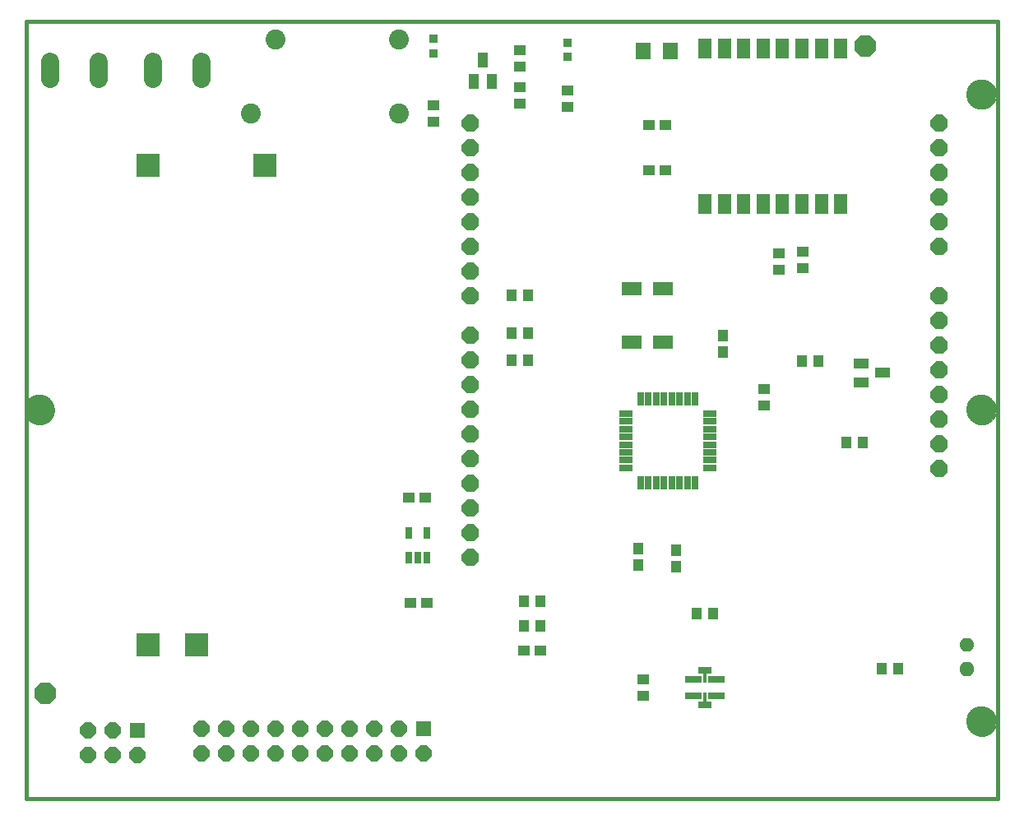
<source format=gts>
G75*
%MOIN*%
%OFA0B0*%
%FSLAX25Y25*%
%IPPOS*%
%LPD*%
%AMOC8*
5,1,8,0,0,1.08239X$1,22.5*
%
%ADD10C,0.01600*%
%ADD11C,0.00000*%
%ADD12C,0.12211*%
%ADD13R,0.05912X0.06699*%
%ADD14R,0.04731X0.04337*%
%ADD15R,0.02565X0.05124*%
%ADD16R,0.04337X0.04731*%
%ADD17R,0.07880X0.05518*%
%ADD18R,0.03550X0.03550*%
%ADD19R,0.05518X0.08274*%
%ADD20OC8,0.08900*%
%ADD21C,0.07450*%
%ADD22R,0.06400X0.06400*%
%ADD23OC8,0.06400*%
%ADD24R,0.02600X0.05400*%
%ADD25R,0.05400X0.02600*%
%ADD26C,0.01120*%
%ADD27R,0.01521X0.03156*%
%ADD28R,0.09258X0.09258*%
%ADD29R,0.04337X0.05912*%
%ADD30R,0.05912X0.04337*%
%ADD31C,0.08077*%
%ADD32OC8,0.07000*%
D10*
X0001800Y0018126D02*
X0395501Y0018126D01*
X0395501Y0333087D01*
X0001800Y0333087D01*
X0001800Y0018126D01*
D11*
X0001209Y0175606D02*
X0001211Y0175759D01*
X0001217Y0175913D01*
X0001227Y0176066D01*
X0001241Y0176218D01*
X0001259Y0176371D01*
X0001281Y0176522D01*
X0001306Y0176673D01*
X0001336Y0176824D01*
X0001370Y0176974D01*
X0001407Y0177122D01*
X0001448Y0177270D01*
X0001493Y0177416D01*
X0001542Y0177562D01*
X0001595Y0177706D01*
X0001651Y0177848D01*
X0001711Y0177989D01*
X0001775Y0178129D01*
X0001842Y0178267D01*
X0001913Y0178403D01*
X0001988Y0178537D01*
X0002065Y0178669D01*
X0002147Y0178799D01*
X0002231Y0178927D01*
X0002319Y0179053D01*
X0002410Y0179176D01*
X0002504Y0179297D01*
X0002602Y0179415D01*
X0002702Y0179531D01*
X0002806Y0179644D01*
X0002912Y0179755D01*
X0003021Y0179863D01*
X0003133Y0179968D01*
X0003247Y0180069D01*
X0003365Y0180168D01*
X0003484Y0180264D01*
X0003606Y0180357D01*
X0003731Y0180446D01*
X0003858Y0180533D01*
X0003987Y0180615D01*
X0004118Y0180695D01*
X0004251Y0180771D01*
X0004386Y0180844D01*
X0004523Y0180913D01*
X0004662Y0180978D01*
X0004802Y0181040D01*
X0004944Y0181098D01*
X0005087Y0181153D01*
X0005232Y0181204D01*
X0005378Y0181251D01*
X0005525Y0181294D01*
X0005673Y0181333D01*
X0005822Y0181369D01*
X0005972Y0181400D01*
X0006123Y0181428D01*
X0006274Y0181452D01*
X0006427Y0181472D01*
X0006579Y0181488D01*
X0006732Y0181500D01*
X0006885Y0181508D01*
X0007038Y0181512D01*
X0007192Y0181512D01*
X0007345Y0181508D01*
X0007498Y0181500D01*
X0007651Y0181488D01*
X0007803Y0181472D01*
X0007956Y0181452D01*
X0008107Y0181428D01*
X0008258Y0181400D01*
X0008408Y0181369D01*
X0008557Y0181333D01*
X0008705Y0181294D01*
X0008852Y0181251D01*
X0008998Y0181204D01*
X0009143Y0181153D01*
X0009286Y0181098D01*
X0009428Y0181040D01*
X0009568Y0180978D01*
X0009707Y0180913D01*
X0009844Y0180844D01*
X0009979Y0180771D01*
X0010112Y0180695D01*
X0010243Y0180615D01*
X0010372Y0180533D01*
X0010499Y0180446D01*
X0010624Y0180357D01*
X0010746Y0180264D01*
X0010865Y0180168D01*
X0010983Y0180069D01*
X0011097Y0179968D01*
X0011209Y0179863D01*
X0011318Y0179755D01*
X0011424Y0179644D01*
X0011528Y0179531D01*
X0011628Y0179415D01*
X0011726Y0179297D01*
X0011820Y0179176D01*
X0011911Y0179053D01*
X0011999Y0178927D01*
X0012083Y0178799D01*
X0012165Y0178669D01*
X0012242Y0178537D01*
X0012317Y0178403D01*
X0012388Y0178267D01*
X0012455Y0178129D01*
X0012519Y0177989D01*
X0012579Y0177848D01*
X0012635Y0177706D01*
X0012688Y0177562D01*
X0012737Y0177416D01*
X0012782Y0177270D01*
X0012823Y0177122D01*
X0012860Y0176974D01*
X0012894Y0176824D01*
X0012924Y0176673D01*
X0012949Y0176522D01*
X0012971Y0176371D01*
X0012989Y0176218D01*
X0013003Y0176066D01*
X0013013Y0175913D01*
X0013019Y0175759D01*
X0013021Y0175606D01*
X0013019Y0175453D01*
X0013013Y0175299D01*
X0013003Y0175146D01*
X0012989Y0174994D01*
X0012971Y0174841D01*
X0012949Y0174690D01*
X0012924Y0174539D01*
X0012894Y0174388D01*
X0012860Y0174238D01*
X0012823Y0174090D01*
X0012782Y0173942D01*
X0012737Y0173796D01*
X0012688Y0173650D01*
X0012635Y0173506D01*
X0012579Y0173364D01*
X0012519Y0173223D01*
X0012455Y0173083D01*
X0012388Y0172945D01*
X0012317Y0172809D01*
X0012242Y0172675D01*
X0012165Y0172543D01*
X0012083Y0172413D01*
X0011999Y0172285D01*
X0011911Y0172159D01*
X0011820Y0172036D01*
X0011726Y0171915D01*
X0011628Y0171797D01*
X0011528Y0171681D01*
X0011424Y0171568D01*
X0011318Y0171457D01*
X0011209Y0171349D01*
X0011097Y0171244D01*
X0010983Y0171143D01*
X0010865Y0171044D01*
X0010746Y0170948D01*
X0010624Y0170855D01*
X0010499Y0170766D01*
X0010372Y0170679D01*
X0010243Y0170597D01*
X0010112Y0170517D01*
X0009979Y0170441D01*
X0009844Y0170368D01*
X0009707Y0170299D01*
X0009568Y0170234D01*
X0009428Y0170172D01*
X0009286Y0170114D01*
X0009143Y0170059D01*
X0008998Y0170008D01*
X0008852Y0169961D01*
X0008705Y0169918D01*
X0008557Y0169879D01*
X0008408Y0169843D01*
X0008258Y0169812D01*
X0008107Y0169784D01*
X0007956Y0169760D01*
X0007803Y0169740D01*
X0007651Y0169724D01*
X0007498Y0169712D01*
X0007345Y0169704D01*
X0007192Y0169700D01*
X0007038Y0169700D01*
X0006885Y0169704D01*
X0006732Y0169712D01*
X0006579Y0169724D01*
X0006427Y0169740D01*
X0006274Y0169760D01*
X0006123Y0169784D01*
X0005972Y0169812D01*
X0005822Y0169843D01*
X0005673Y0169879D01*
X0005525Y0169918D01*
X0005378Y0169961D01*
X0005232Y0170008D01*
X0005087Y0170059D01*
X0004944Y0170114D01*
X0004802Y0170172D01*
X0004662Y0170234D01*
X0004523Y0170299D01*
X0004386Y0170368D01*
X0004251Y0170441D01*
X0004118Y0170517D01*
X0003987Y0170597D01*
X0003858Y0170679D01*
X0003731Y0170766D01*
X0003606Y0170855D01*
X0003484Y0170948D01*
X0003365Y0171044D01*
X0003247Y0171143D01*
X0003133Y0171244D01*
X0003021Y0171349D01*
X0002912Y0171457D01*
X0002806Y0171568D01*
X0002702Y0171681D01*
X0002602Y0171797D01*
X0002504Y0171915D01*
X0002410Y0172036D01*
X0002319Y0172159D01*
X0002231Y0172285D01*
X0002147Y0172413D01*
X0002065Y0172543D01*
X0001988Y0172675D01*
X0001913Y0172809D01*
X0001842Y0172945D01*
X0001775Y0173083D01*
X0001711Y0173223D01*
X0001651Y0173364D01*
X0001595Y0173506D01*
X0001542Y0173650D01*
X0001493Y0173796D01*
X0001448Y0173942D01*
X0001407Y0174090D01*
X0001370Y0174238D01*
X0001336Y0174388D01*
X0001306Y0174539D01*
X0001281Y0174690D01*
X0001259Y0174841D01*
X0001241Y0174994D01*
X0001227Y0175146D01*
X0001217Y0175299D01*
X0001211Y0175453D01*
X0001209Y0175606D01*
X0383040Y0175606D02*
X0383042Y0175759D01*
X0383048Y0175913D01*
X0383058Y0176066D01*
X0383072Y0176218D01*
X0383090Y0176371D01*
X0383112Y0176522D01*
X0383137Y0176673D01*
X0383167Y0176824D01*
X0383201Y0176974D01*
X0383238Y0177122D01*
X0383279Y0177270D01*
X0383324Y0177416D01*
X0383373Y0177562D01*
X0383426Y0177706D01*
X0383482Y0177848D01*
X0383542Y0177989D01*
X0383606Y0178129D01*
X0383673Y0178267D01*
X0383744Y0178403D01*
X0383819Y0178537D01*
X0383896Y0178669D01*
X0383978Y0178799D01*
X0384062Y0178927D01*
X0384150Y0179053D01*
X0384241Y0179176D01*
X0384335Y0179297D01*
X0384433Y0179415D01*
X0384533Y0179531D01*
X0384637Y0179644D01*
X0384743Y0179755D01*
X0384852Y0179863D01*
X0384964Y0179968D01*
X0385078Y0180069D01*
X0385196Y0180168D01*
X0385315Y0180264D01*
X0385437Y0180357D01*
X0385562Y0180446D01*
X0385689Y0180533D01*
X0385818Y0180615D01*
X0385949Y0180695D01*
X0386082Y0180771D01*
X0386217Y0180844D01*
X0386354Y0180913D01*
X0386493Y0180978D01*
X0386633Y0181040D01*
X0386775Y0181098D01*
X0386918Y0181153D01*
X0387063Y0181204D01*
X0387209Y0181251D01*
X0387356Y0181294D01*
X0387504Y0181333D01*
X0387653Y0181369D01*
X0387803Y0181400D01*
X0387954Y0181428D01*
X0388105Y0181452D01*
X0388258Y0181472D01*
X0388410Y0181488D01*
X0388563Y0181500D01*
X0388716Y0181508D01*
X0388869Y0181512D01*
X0389023Y0181512D01*
X0389176Y0181508D01*
X0389329Y0181500D01*
X0389482Y0181488D01*
X0389634Y0181472D01*
X0389787Y0181452D01*
X0389938Y0181428D01*
X0390089Y0181400D01*
X0390239Y0181369D01*
X0390388Y0181333D01*
X0390536Y0181294D01*
X0390683Y0181251D01*
X0390829Y0181204D01*
X0390974Y0181153D01*
X0391117Y0181098D01*
X0391259Y0181040D01*
X0391399Y0180978D01*
X0391538Y0180913D01*
X0391675Y0180844D01*
X0391810Y0180771D01*
X0391943Y0180695D01*
X0392074Y0180615D01*
X0392203Y0180533D01*
X0392330Y0180446D01*
X0392455Y0180357D01*
X0392577Y0180264D01*
X0392696Y0180168D01*
X0392814Y0180069D01*
X0392928Y0179968D01*
X0393040Y0179863D01*
X0393149Y0179755D01*
X0393255Y0179644D01*
X0393359Y0179531D01*
X0393459Y0179415D01*
X0393557Y0179297D01*
X0393651Y0179176D01*
X0393742Y0179053D01*
X0393830Y0178927D01*
X0393914Y0178799D01*
X0393996Y0178669D01*
X0394073Y0178537D01*
X0394148Y0178403D01*
X0394219Y0178267D01*
X0394286Y0178129D01*
X0394350Y0177989D01*
X0394410Y0177848D01*
X0394466Y0177706D01*
X0394519Y0177562D01*
X0394568Y0177416D01*
X0394613Y0177270D01*
X0394654Y0177122D01*
X0394691Y0176974D01*
X0394725Y0176824D01*
X0394755Y0176673D01*
X0394780Y0176522D01*
X0394802Y0176371D01*
X0394820Y0176218D01*
X0394834Y0176066D01*
X0394844Y0175913D01*
X0394850Y0175759D01*
X0394852Y0175606D01*
X0394850Y0175453D01*
X0394844Y0175299D01*
X0394834Y0175146D01*
X0394820Y0174994D01*
X0394802Y0174841D01*
X0394780Y0174690D01*
X0394755Y0174539D01*
X0394725Y0174388D01*
X0394691Y0174238D01*
X0394654Y0174090D01*
X0394613Y0173942D01*
X0394568Y0173796D01*
X0394519Y0173650D01*
X0394466Y0173506D01*
X0394410Y0173364D01*
X0394350Y0173223D01*
X0394286Y0173083D01*
X0394219Y0172945D01*
X0394148Y0172809D01*
X0394073Y0172675D01*
X0393996Y0172543D01*
X0393914Y0172413D01*
X0393830Y0172285D01*
X0393742Y0172159D01*
X0393651Y0172036D01*
X0393557Y0171915D01*
X0393459Y0171797D01*
X0393359Y0171681D01*
X0393255Y0171568D01*
X0393149Y0171457D01*
X0393040Y0171349D01*
X0392928Y0171244D01*
X0392814Y0171143D01*
X0392696Y0171044D01*
X0392577Y0170948D01*
X0392455Y0170855D01*
X0392330Y0170766D01*
X0392203Y0170679D01*
X0392074Y0170597D01*
X0391943Y0170517D01*
X0391810Y0170441D01*
X0391675Y0170368D01*
X0391538Y0170299D01*
X0391399Y0170234D01*
X0391259Y0170172D01*
X0391117Y0170114D01*
X0390974Y0170059D01*
X0390829Y0170008D01*
X0390683Y0169961D01*
X0390536Y0169918D01*
X0390388Y0169879D01*
X0390239Y0169843D01*
X0390089Y0169812D01*
X0389938Y0169784D01*
X0389787Y0169760D01*
X0389634Y0169740D01*
X0389482Y0169724D01*
X0389329Y0169712D01*
X0389176Y0169704D01*
X0389023Y0169700D01*
X0388869Y0169700D01*
X0388716Y0169704D01*
X0388563Y0169712D01*
X0388410Y0169724D01*
X0388258Y0169740D01*
X0388105Y0169760D01*
X0387954Y0169784D01*
X0387803Y0169812D01*
X0387653Y0169843D01*
X0387504Y0169879D01*
X0387356Y0169918D01*
X0387209Y0169961D01*
X0387063Y0170008D01*
X0386918Y0170059D01*
X0386775Y0170114D01*
X0386633Y0170172D01*
X0386493Y0170234D01*
X0386354Y0170299D01*
X0386217Y0170368D01*
X0386082Y0170441D01*
X0385949Y0170517D01*
X0385818Y0170597D01*
X0385689Y0170679D01*
X0385562Y0170766D01*
X0385437Y0170855D01*
X0385315Y0170948D01*
X0385196Y0171044D01*
X0385078Y0171143D01*
X0384964Y0171244D01*
X0384852Y0171349D01*
X0384743Y0171457D01*
X0384637Y0171568D01*
X0384533Y0171681D01*
X0384433Y0171797D01*
X0384335Y0171915D01*
X0384241Y0172036D01*
X0384150Y0172159D01*
X0384062Y0172285D01*
X0383978Y0172413D01*
X0383896Y0172543D01*
X0383819Y0172675D01*
X0383744Y0172809D01*
X0383673Y0172945D01*
X0383606Y0173083D01*
X0383542Y0173223D01*
X0383482Y0173364D01*
X0383426Y0173506D01*
X0383373Y0173650D01*
X0383324Y0173796D01*
X0383279Y0173942D01*
X0383238Y0174090D01*
X0383201Y0174238D01*
X0383167Y0174388D01*
X0383137Y0174539D01*
X0383112Y0174690D01*
X0383090Y0174841D01*
X0383072Y0174994D01*
X0383058Y0175146D01*
X0383048Y0175299D01*
X0383042Y0175453D01*
X0383040Y0175606D01*
X0383040Y0049346D02*
X0383042Y0049499D01*
X0383048Y0049653D01*
X0383058Y0049806D01*
X0383072Y0049958D01*
X0383090Y0050111D01*
X0383112Y0050262D01*
X0383137Y0050413D01*
X0383167Y0050564D01*
X0383201Y0050714D01*
X0383238Y0050862D01*
X0383279Y0051010D01*
X0383324Y0051156D01*
X0383373Y0051302D01*
X0383426Y0051446D01*
X0383482Y0051588D01*
X0383542Y0051729D01*
X0383606Y0051869D01*
X0383673Y0052007D01*
X0383744Y0052143D01*
X0383819Y0052277D01*
X0383896Y0052409D01*
X0383978Y0052539D01*
X0384062Y0052667D01*
X0384150Y0052793D01*
X0384241Y0052916D01*
X0384335Y0053037D01*
X0384433Y0053155D01*
X0384533Y0053271D01*
X0384637Y0053384D01*
X0384743Y0053495D01*
X0384852Y0053603D01*
X0384964Y0053708D01*
X0385078Y0053809D01*
X0385196Y0053908D01*
X0385315Y0054004D01*
X0385437Y0054097D01*
X0385562Y0054186D01*
X0385689Y0054273D01*
X0385818Y0054355D01*
X0385949Y0054435D01*
X0386082Y0054511D01*
X0386217Y0054584D01*
X0386354Y0054653D01*
X0386493Y0054718D01*
X0386633Y0054780D01*
X0386775Y0054838D01*
X0386918Y0054893D01*
X0387063Y0054944D01*
X0387209Y0054991D01*
X0387356Y0055034D01*
X0387504Y0055073D01*
X0387653Y0055109D01*
X0387803Y0055140D01*
X0387954Y0055168D01*
X0388105Y0055192D01*
X0388258Y0055212D01*
X0388410Y0055228D01*
X0388563Y0055240D01*
X0388716Y0055248D01*
X0388869Y0055252D01*
X0389023Y0055252D01*
X0389176Y0055248D01*
X0389329Y0055240D01*
X0389482Y0055228D01*
X0389634Y0055212D01*
X0389787Y0055192D01*
X0389938Y0055168D01*
X0390089Y0055140D01*
X0390239Y0055109D01*
X0390388Y0055073D01*
X0390536Y0055034D01*
X0390683Y0054991D01*
X0390829Y0054944D01*
X0390974Y0054893D01*
X0391117Y0054838D01*
X0391259Y0054780D01*
X0391399Y0054718D01*
X0391538Y0054653D01*
X0391675Y0054584D01*
X0391810Y0054511D01*
X0391943Y0054435D01*
X0392074Y0054355D01*
X0392203Y0054273D01*
X0392330Y0054186D01*
X0392455Y0054097D01*
X0392577Y0054004D01*
X0392696Y0053908D01*
X0392814Y0053809D01*
X0392928Y0053708D01*
X0393040Y0053603D01*
X0393149Y0053495D01*
X0393255Y0053384D01*
X0393359Y0053271D01*
X0393459Y0053155D01*
X0393557Y0053037D01*
X0393651Y0052916D01*
X0393742Y0052793D01*
X0393830Y0052667D01*
X0393914Y0052539D01*
X0393996Y0052409D01*
X0394073Y0052277D01*
X0394148Y0052143D01*
X0394219Y0052007D01*
X0394286Y0051869D01*
X0394350Y0051729D01*
X0394410Y0051588D01*
X0394466Y0051446D01*
X0394519Y0051302D01*
X0394568Y0051156D01*
X0394613Y0051010D01*
X0394654Y0050862D01*
X0394691Y0050714D01*
X0394725Y0050564D01*
X0394755Y0050413D01*
X0394780Y0050262D01*
X0394802Y0050111D01*
X0394820Y0049958D01*
X0394834Y0049806D01*
X0394844Y0049653D01*
X0394850Y0049499D01*
X0394852Y0049346D01*
X0394850Y0049193D01*
X0394844Y0049039D01*
X0394834Y0048886D01*
X0394820Y0048734D01*
X0394802Y0048581D01*
X0394780Y0048430D01*
X0394755Y0048279D01*
X0394725Y0048128D01*
X0394691Y0047978D01*
X0394654Y0047830D01*
X0394613Y0047682D01*
X0394568Y0047536D01*
X0394519Y0047390D01*
X0394466Y0047246D01*
X0394410Y0047104D01*
X0394350Y0046963D01*
X0394286Y0046823D01*
X0394219Y0046685D01*
X0394148Y0046549D01*
X0394073Y0046415D01*
X0393996Y0046283D01*
X0393914Y0046153D01*
X0393830Y0046025D01*
X0393742Y0045899D01*
X0393651Y0045776D01*
X0393557Y0045655D01*
X0393459Y0045537D01*
X0393359Y0045421D01*
X0393255Y0045308D01*
X0393149Y0045197D01*
X0393040Y0045089D01*
X0392928Y0044984D01*
X0392814Y0044883D01*
X0392696Y0044784D01*
X0392577Y0044688D01*
X0392455Y0044595D01*
X0392330Y0044506D01*
X0392203Y0044419D01*
X0392074Y0044337D01*
X0391943Y0044257D01*
X0391810Y0044181D01*
X0391675Y0044108D01*
X0391538Y0044039D01*
X0391399Y0043974D01*
X0391259Y0043912D01*
X0391117Y0043854D01*
X0390974Y0043799D01*
X0390829Y0043748D01*
X0390683Y0043701D01*
X0390536Y0043658D01*
X0390388Y0043619D01*
X0390239Y0043583D01*
X0390089Y0043552D01*
X0389938Y0043524D01*
X0389787Y0043500D01*
X0389634Y0043480D01*
X0389482Y0043464D01*
X0389329Y0043452D01*
X0389176Y0043444D01*
X0389023Y0043440D01*
X0388869Y0043440D01*
X0388716Y0043444D01*
X0388563Y0043452D01*
X0388410Y0043464D01*
X0388258Y0043480D01*
X0388105Y0043500D01*
X0387954Y0043524D01*
X0387803Y0043552D01*
X0387653Y0043583D01*
X0387504Y0043619D01*
X0387356Y0043658D01*
X0387209Y0043701D01*
X0387063Y0043748D01*
X0386918Y0043799D01*
X0386775Y0043854D01*
X0386633Y0043912D01*
X0386493Y0043974D01*
X0386354Y0044039D01*
X0386217Y0044108D01*
X0386082Y0044181D01*
X0385949Y0044257D01*
X0385818Y0044337D01*
X0385689Y0044419D01*
X0385562Y0044506D01*
X0385437Y0044595D01*
X0385315Y0044688D01*
X0385196Y0044784D01*
X0385078Y0044883D01*
X0384964Y0044984D01*
X0384852Y0045089D01*
X0384743Y0045197D01*
X0384637Y0045308D01*
X0384533Y0045421D01*
X0384433Y0045537D01*
X0384335Y0045655D01*
X0384241Y0045776D01*
X0384150Y0045899D01*
X0384062Y0046025D01*
X0383978Y0046153D01*
X0383896Y0046283D01*
X0383819Y0046415D01*
X0383744Y0046549D01*
X0383673Y0046685D01*
X0383606Y0046823D01*
X0383542Y0046963D01*
X0383482Y0047104D01*
X0383426Y0047246D01*
X0383373Y0047390D01*
X0383324Y0047536D01*
X0383279Y0047682D01*
X0383238Y0047830D01*
X0383201Y0047978D01*
X0383167Y0048128D01*
X0383137Y0048279D01*
X0383112Y0048430D01*
X0383090Y0048581D01*
X0383072Y0048734D01*
X0383058Y0048886D01*
X0383048Y0049039D01*
X0383042Y0049193D01*
X0383040Y0049346D01*
X0383040Y0303559D02*
X0383042Y0303712D01*
X0383048Y0303866D01*
X0383058Y0304019D01*
X0383072Y0304171D01*
X0383090Y0304324D01*
X0383112Y0304475D01*
X0383137Y0304626D01*
X0383167Y0304777D01*
X0383201Y0304927D01*
X0383238Y0305075D01*
X0383279Y0305223D01*
X0383324Y0305369D01*
X0383373Y0305515D01*
X0383426Y0305659D01*
X0383482Y0305801D01*
X0383542Y0305942D01*
X0383606Y0306082D01*
X0383673Y0306220D01*
X0383744Y0306356D01*
X0383819Y0306490D01*
X0383896Y0306622D01*
X0383978Y0306752D01*
X0384062Y0306880D01*
X0384150Y0307006D01*
X0384241Y0307129D01*
X0384335Y0307250D01*
X0384433Y0307368D01*
X0384533Y0307484D01*
X0384637Y0307597D01*
X0384743Y0307708D01*
X0384852Y0307816D01*
X0384964Y0307921D01*
X0385078Y0308022D01*
X0385196Y0308121D01*
X0385315Y0308217D01*
X0385437Y0308310D01*
X0385562Y0308399D01*
X0385689Y0308486D01*
X0385818Y0308568D01*
X0385949Y0308648D01*
X0386082Y0308724D01*
X0386217Y0308797D01*
X0386354Y0308866D01*
X0386493Y0308931D01*
X0386633Y0308993D01*
X0386775Y0309051D01*
X0386918Y0309106D01*
X0387063Y0309157D01*
X0387209Y0309204D01*
X0387356Y0309247D01*
X0387504Y0309286D01*
X0387653Y0309322D01*
X0387803Y0309353D01*
X0387954Y0309381D01*
X0388105Y0309405D01*
X0388258Y0309425D01*
X0388410Y0309441D01*
X0388563Y0309453D01*
X0388716Y0309461D01*
X0388869Y0309465D01*
X0389023Y0309465D01*
X0389176Y0309461D01*
X0389329Y0309453D01*
X0389482Y0309441D01*
X0389634Y0309425D01*
X0389787Y0309405D01*
X0389938Y0309381D01*
X0390089Y0309353D01*
X0390239Y0309322D01*
X0390388Y0309286D01*
X0390536Y0309247D01*
X0390683Y0309204D01*
X0390829Y0309157D01*
X0390974Y0309106D01*
X0391117Y0309051D01*
X0391259Y0308993D01*
X0391399Y0308931D01*
X0391538Y0308866D01*
X0391675Y0308797D01*
X0391810Y0308724D01*
X0391943Y0308648D01*
X0392074Y0308568D01*
X0392203Y0308486D01*
X0392330Y0308399D01*
X0392455Y0308310D01*
X0392577Y0308217D01*
X0392696Y0308121D01*
X0392814Y0308022D01*
X0392928Y0307921D01*
X0393040Y0307816D01*
X0393149Y0307708D01*
X0393255Y0307597D01*
X0393359Y0307484D01*
X0393459Y0307368D01*
X0393557Y0307250D01*
X0393651Y0307129D01*
X0393742Y0307006D01*
X0393830Y0306880D01*
X0393914Y0306752D01*
X0393996Y0306622D01*
X0394073Y0306490D01*
X0394148Y0306356D01*
X0394219Y0306220D01*
X0394286Y0306082D01*
X0394350Y0305942D01*
X0394410Y0305801D01*
X0394466Y0305659D01*
X0394519Y0305515D01*
X0394568Y0305369D01*
X0394613Y0305223D01*
X0394654Y0305075D01*
X0394691Y0304927D01*
X0394725Y0304777D01*
X0394755Y0304626D01*
X0394780Y0304475D01*
X0394802Y0304324D01*
X0394820Y0304171D01*
X0394834Y0304019D01*
X0394844Y0303866D01*
X0394850Y0303712D01*
X0394852Y0303559D01*
X0394850Y0303406D01*
X0394844Y0303252D01*
X0394834Y0303099D01*
X0394820Y0302947D01*
X0394802Y0302794D01*
X0394780Y0302643D01*
X0394755Y0302492D01*
X0394725Y0302341D01*
X0394691Y0302191D01*
X0394654Y0302043D01*
X0394613Y0301895D01*
X0394568Y0301749D01*
X0394519Y0301603D01*
X0394466Y0301459D01*
X0394410Y0301317D01*
X0394350Y0301176D01*
X0394286Y0301036D01*
X0394219Y0300898D01*
X0394148Y0300762D01*
X0394073Y0300628D01*
X0393996Y0300496D01*
X0393914Y0300366D01*
X0393830Y0300238D01*
X0393742Y0300112D01*
X0393651Y0299989D01*
X0393557Y0299868D01*
X0393459Y0299750D01*
X0393359Y0299634D01*
X0393255Y0299521D01*
X0393149Y0299410D01*
X0393040Y0299302D01*
X0392928Y0299197D01*
X0392814Y0299096D01*
X0392696Y0298997D01*
X0392577Y0298901D01*
X0392455Y0298808D01*
X0392330Y0298719D01*
X0392203Y0298632D01*
X0392074Y0298550D01*
X0391943Y0298470D01*
X0391810Y0298394D01*
X0391675Y0298321D01*
X0391538Y0298252D01*
X0391399Y0298187D01*
X0391259Y0298125D01*
X0391117Y0298067D01*
X0390974Y0298012D01*
X0390829Y0297961D01*
X0390683Y0297914D01*
X0390536Y0297871D01*
X0390388Y0297832D01*
X0390239Y0297796D01*
X0390089Y0297765D01*
X0389938Y0297737D01*
X0389787Y0297713D01*
X0389634Y0297693D01*
X0389482Y0297677D01*
X0389329Y0297665D01*
X0389176Y0297657D01*
X0389023Y0297653D01*
X0388869Y0297653D01*
X0388716Y0297657D01*
X0388563Y0297665D01*
X0388410Y0297677D01*
X0388258Y0297693D01*
X0388105Y0297713D01*
X0387954Y0297737D01*
X0387803Y0297765D01*
X0387653Y0297796D01*
X0387504Y0297832D01*
X0387356Y0297871D01*
X0387209Y0297914D01*
X0387063Y0297961D01*
X0386918Y0298012D01*
X0386775Y0298067D01*
X0386633Y0298125D01*
X0386493Y0298187D01*
X0386354Y0298252D01*
X0386217Y0298321D01*
X0386082Y0298394D01*
X0385949Y0298470D01*
X0385818Y0298550D01*
X0385689Y0298632D01*
X0385562Y0298719D01*
X0385437Y0298808D01*
X0385315Y0298901D01*
X0385196Y0298997D01*
X0385078Y0299096D01*
X0384964Y0299197D01*
X0384852Y0299302D01*
X0384743Y0299410D01*
X0384637Y0299521D01*
X0384533Y0299634D01*
X0384433Y0299750D01*
X0384335Y0299868D01*
X0384241Y0299989D01*
X0384150Y0300112D01*
X0384062Y0300238D01*
X0383978Y0300366D01*
X0383896Y0300496D01*
X0383819Y0300628D01*
X0383744Y0300762D01*
X0383673Y0300898D01*
X0383606Y0301036D01*
X0383542Y0301176D01*
X0383482Y0301317D01*
X0383426Y0301459D01*
X0383373Y0301603D01*
X0383324Y0301749D01*
X0383279Y0301895D01*
X0383238Y0302043D01*
X0383201Y0302191D01*
X0383167Y0302341D01*
X0383137Y0302492D01*
X0383112Y0302643D01*
X0383090Y0302794D01*
X0383072Y0302947D01*
X0383058Y0303099D01*
X0383048Y0303252D01*
X0383042Y0303406D01*
X0383040Y0303559D01*
D12*
X0388946Y0303559D03*
X0388946Y0175606D03*
X0388946Y0049346D03*
X0007115Y0175606D03*
D13*
X0251744Y0320972D03*
X0262768Y0320972D03*
D14*
X0260685Y0290972D03*
X0253992Y0290972D03*
X0254027Y0272780D03*
X0260719Y0272780D03*
X0221229Y0298434D03*
X0221229Y0305127D03*
X0201800Y0306472D03*
X0201800Y0299780D03*
X0201800Y0314780D03*
X0201800Y0321472D03*
X0166800Y0298972D03*
X0166800Y0292280D03*
X0300776Y0183972D03*
X0300776Y0177280D03*
X0306800Y0232280D03*
X0306800Y0238972D03*
X0316365Y0239709D03*
X0316365Y0233016D03*
X0163419Y0139943D03*
X0156726Y0139943D03*
X0157439Y0097331D03*
X0164132Y0097331D03*
X0203454Y0078126D03*
X0210146Y0078126D03*
X0251800Y0066472D03*
X0251800Y0059780D03*
D15*
X0164242Y0115579D03*
X0160502Y0115579D03*
X0156762Y0115579D03*
X0156762Y0125816D03*
X0164242Y0125816D03*
D16*
X0203454Y0098126D03*
X0210146Y0098126D03*
X0210146Y0088126D03*
X0203454Y0088126D03*
X0249748Y0112577D03*
X0249748Y0119270D03*
X0265225Y0118677D03*
X0265225Y0111984D03*
X0273454Y0093126D03*
X0280146Y0093126D03*
X0348454Y0070626D03*
X0355146Y0070626D03*
X0340883Y0162492D03*
X0334190Y0162492D03*
X0322646Y0195252D03*
X0315954Y0195252D03*
X0284038Y0199157D03*
X0284038Y0205850D03*
X0205146Y0206650D03*
X0198454Y0206650D03*
X0198454Y0195626D03*
X0205146Y0195626D03*
X0205146Y0222201D03*
X0198454Y0222201D03*
D17*
X0247050Y0224661D03*
X0259648Y0224661D03*
X0259648Y0203007D03*
X0247050Y0203007D03*
D18*
X0221229Y0318657D03*
X0221229Y0324563D03*
X0166800Y0326079D03*
X0166800Y0320173D03*
D19*
X0276741Y0322122D03*
X0284615Y0322122D03*
X0292489Y0322122D03*
X0300363Y0322122D03*
X0308237Y0322122D03*
X0316111Y0322122D03*
X0323985Y0322122D03*
X0331859Y0322122D03*
X0331859Y0259130D03*
X0323985Y0259130D03*
X0316111Y0259130D03*
X0308237Y0259130D03*
X0300363Y0259130D03*
X0292489Y0259130D03*
X0284615Y0259130D03*
X0276741Y0259130D03*
D20*
X0341800Y0323126D03*
X0009300Y0060626D03*
D21*
X0011564Y0309601D02*
X0011564Y0316651D01*
X0031249Y0316651D02*
X0031249Y0309601D01*
X0053020Y0309601D02*
X0053020Y0316651D01*
X0072706Y0316651D02*
X0072706Y0309601D01*
D22*
X0162863Y0046354D03*
X0046800Y0045626D03*
D23*
X0036800Y0045626D03*
X0036800Y0035626D03*
X0046800Y0035626D03*
X0026800Y0035626D03*
X0026800Y0045626D03*
X0072863Y0046354D03*
X0082863Y0046354D03*
X0082863Y0036354D03*
X0072863Y0036354D03*
X0092863Y0036354D03*
X0102863Y0036354D03*
X0112863Y0036354D03*
X0122863Y0036354D03*
X0132863Y0036354D03*
X0142863Y0036354D03*
X0152863Y0036354D03*
X0162863Y0036354D03*
X0152863Y0046354D03*
X0142863Y0046354D03*
X0132863Y0046354D03*
X0122863Y0046354D03*
X0112863Y0046354D03*
X0102863Y0046354D03*
X0092863Y0046354D03*
D24*
X0250776Y0146226D03*
X0253926Y0146226D03*
X0257076Y0146226D03*
X0260225Y0146226D03*
X0263375Y0146226D03*
X0266524Y0146226D03*
X0269674Y0146226D03*
X0272824Y0146226D03*
X0272824Y0180026D03*
X0269674Y0180026D03*
X0266524Y0180026D03*
X0263375Y0180026D03*
X0260225Y0180026D03*
X0257076Y0180026D03*
X0253926Y0180026D03*
X0250776Y0180026D03*
D25*
X0244900Y0174150D03*
X0244900Y0171000D03*
X0244900Y0167850D03*
X0244900Y0164701D03*
X0244900Y0161551D03*
X0244900Y0158402D03*
X0244900Y0155252D03*
X0244900Y0152102D03*
X0278700Y0152102D03*
X0278700Y0155252D03*
X0278700Y0158402D03*
X0278700Y0161551D03*
X0278700Y0164701D03*
X0278700Y0167850D03*
X0278700Y0171000D03*
X0278700Y0174150D03*
D26*
X0384463Y0080944D02*
X0385023Y0081504D01*
X0385023Y0079648D01*
X0383712Y0078337D01*
X0381856Y0078337D01*
X0380545Y0079648D01*
X0380545Y0081504D01*
X0381856Y0082815D01*
X0383712Y0082815D01*
X0385023Y0081504D01*
X0384183Y0081156D01*
X0384183Y0079996D01*
X0383364Y0079177D01*
X0382204Y0079177D01*
X0381385Y0079996D01*
X0381385Y0081156D01*
X0382204Y0081975D01*
X0383364Y0081975D01*
X0384183Y0081156D01*
X0383343Y0080808D01*
X0383343Y0080344D01*
X0383016Y0080017D01*
X0382552Y0080017D01*
X0382225Y0080344D01*
X0382225Y0080808D01*
X0382552Y0081135D01*
X0383016Y0081135D01*
X0383343Y0080808D01*
X0384463Y0071044D02*
X0385023Y0071604D01*
X0385023Y0069748D01*
X0383712Y0068437D01*
X0381856Y0068437D01*
X0380545Y0069748D01*
X0380545Y0071604D01*
X0381856Y0072915D01*
X0383712Y0072915D01*
X0385023Y0071604D01*
X0384183Y0071256D01*
X0384183Y0070096D01*
X0383364Y0069277D01*
X0382204Y0069277D01*
X0381385Y0070096D01*
X0381385Y0071256D01*
X0382204Y0072075D01*
X0383364Y0072075D01*
X0384183Y0071256D01*
X0383343Y0070908D01*
X0383343Y0070444D01*
X0383016Y0070117D01*
X0382552Y0070117D01*
X0382225Y0070444D01*
X0382225Y0070908D01*
X0382552Y0071235D01*
X0383016Y0071235D01*
X0383343Y0070908D01*
D27*
X0284112Y0066366D03*
X0283041Y0066366D03*
X0281976Y0066369D03*
X0280892Y0066369D03*
X0279817Y0066369D03*
X0278769Y0066374D03*
X0276800Y0066374D03*
X0274831Y0066374D03*
X0273773Y0066359D03*
X0272702Y0066359D03*
X0271636Y0066361D03*
X0270552Y0066361D03*
X0269478Y0066361D03*
X0274643Y0070202D03*
X0275718Y0070202D03*
X0276802Y0070202D03*
X0277867Y0070200D03*
X0278939Y0070200D03*
X0276802Y0068571D03*
X0276800Y0059878D03*
X0276800Y0057922D03*
X0276802Y0056047D03*
X0277867Y0056045D03*
X0278939Y0056045D03*
X0275718Y0056047D03*
X0274643Y0056047D03*
X0274831Y0059878D03*
X0273762Y0059877D03*
X0272690Y0059877D03*
X0271625Y0059879D03*
X0270541Y0059879D03*
X0269467Y0059879D03*
X0278769Y0059878D03*
X0279857Y0059878D03*
X0280932Y0059878D03*
X0282016Y0059878D03*
X0283081Y0059876D03*
X0284153Y0059876D03*
D28*
X0070894Y0080449D03*
X0051209Y0080449D03*
X0051209Y0274898D03*
X0098454Y0274898D03*
D29*
X0183060Y0308795D03*
X0190540Y0308795D03*
X0186800Y0317457D03*
D30*
X0339969Y0194366D03*
X0339969Y0186886D03*
X0348631Y0190626D03*
D31*
X0152942Y0295626D03*
X0152942Y0325626D03*
X0102942Y0325626D03*
X0092942Y0295626D03*
D32*
X0181800Y0291787D03*
X0181800Y0281787D03*
X0181800Y0271787D03*
X0181800Y0261787D03*
X0181800Y0251787D03*
X0181800Y0241787D03*
X0181800Y0231787D03*
X0181800Y0221787D03*
X0181800Y0205787D03*
X0181800Y0195787D03*
X0181800Y0185787D03*
X0181800Y0175787D03*
X0181800Y0165787D03*
X0181800Y0155787D03*
X0181800Y0145787D03*
X0181800Y0135787D03*
X0181800Y0125787D03*
X0181800Y0115787D03*
X0371800Y0151787D03*
X0371800Y0161787D03*
X0371800Y0171787D03*
X0371800Y0181787D03*
X0371800Y0191787D03*
X0371800Y0201787D03*
X0371800Y0211787D03*
X0371800Y0221787D03*
X0371800Y0241787D03*
X0371800Y0251787D03*
X0371800Y0261787D03*
X0371800Y0271787D03*
X0371800Y0281787D03*
X0371800Y0291787D03*
M02*

</source>
